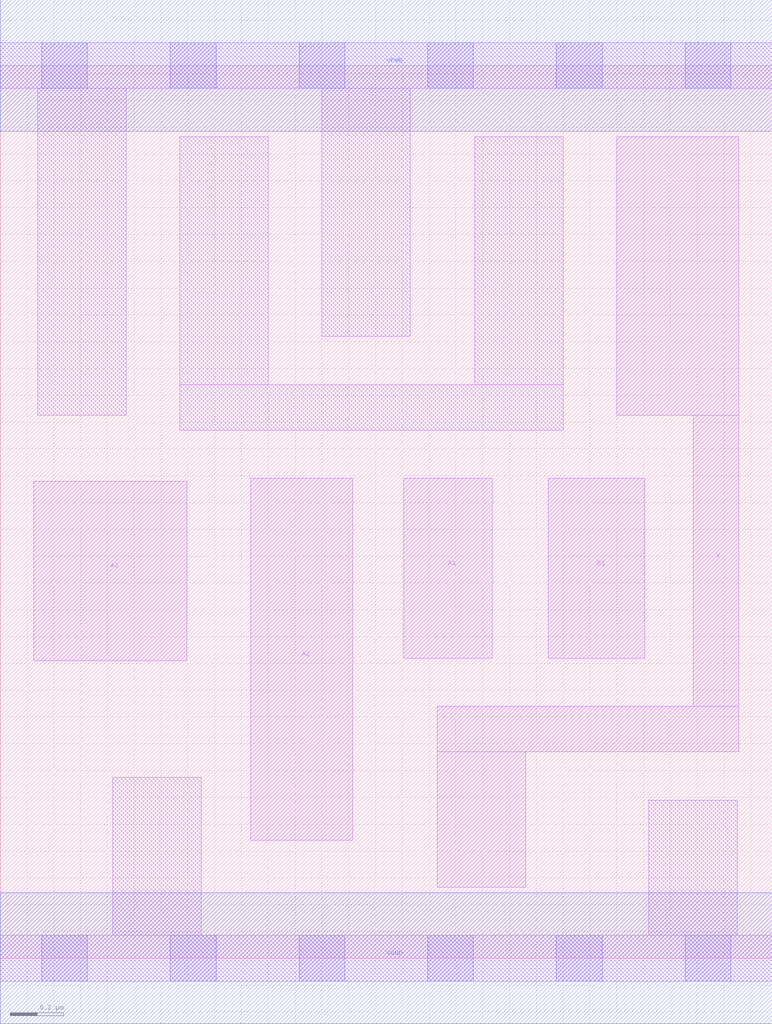
<source format=lef>
# Copyright 2020 The SkyWater PDK Authors
#
# Licensed under the Apache License, Version 2.0 (the "License");
# you may not use this file except in compliance with the License.
# You may obtain a copy of the License at
#
#     https://www.apache.org/licenses/LICENSE-2.0
#
# Unless required by applicable law or agreed to in writing, software
# distributed under the License is distributed on an "AS IS" BASIS,
# WITHOUT WARRANTIES OR CONDITIONS OF ANY KIND, either express or implied.
# See the License for the specific language governing permissions and
# limitations under the License.
#
# SPDX-License-Identifier: Apache-2.0

VERSION 5.7 ;
  NAMESCASESENSITIVE ON ;
  NOWIREEXTENSIONATPIN ON ;
  DIVIDERCHAR "/" ;
  BUSBITCHARS "[]" ;
UNITS
  DATABASE MICRONS 200 ;
END UNITS
MACRO sky130_fd_sc_lp__a31oi_lp
  CLASS CORE ;
  FOREIGN sky130_fd_sc_lp__a31oi_lp ;
  ORIGIN  0.000000  0.000000 ;
  SIZE  2.880000 BY  3.330000 ;
  SYMMETRY X Y R90 ;
  SITE unit ;
  PIN A1
    ANTENNAGATEAREA  0.313000 ;
    DIRECTION INPUT ;
    USE SIGNAL ;
    PORT
      LAYER li1 ;
        RECT 1.505000 1.120000 1.835000 1.790000 ;
    END
  END A1
  PIN A2
    ANTENNAGATEAREA  0.313000 ;
    DIRECTION INPUT ;
    USE SIGNAL ;
    PORT
      LAYER li1 ;
        RECT 0.935000 0.440000 1.315000 1.790000 ;
    END
  END A2
  PIN A3
    ANTENNAGATEAREA  0.313000 ;
    DIRECTION INPUT ;
    USE SIGNAL ;
    PORT
      LAYER li1 ;
        RECT 0.125000 1.110000 0.695000 1.780000 ;
    END
  END A3
  PIN B1
    ANTENNAGATEAREA  0.376000 ;
    DIRECTION INPUT ;
    USE SIGNAL ;
    PORT
      LAYER li1 ;
        RECT 2.045000 1.120000 2.405000 1.790000 ;
    END
  END B1
  PIN Y
    ANTENNADIFFAREA  0.402600 ;
    DIRECTION OUTPUT ;
    USE SIGNAL ;
    PORT
      LAYER li1 ;
        RECT 1.630000 0.265000 1.960000 0.770000 ;
        RECT 1.630000 0.770000 2.755000 0.940000 ;
        RECT 2.300000 2.025000 2.755000 3.065000 ;
        RECT 2.585000 0.940000 2.755000 2.025000 ;
    END
  END Y
  PIN VGND
    DIRECTION INOUT ;
    USE GROUND ;
    PORT
      LAYER met1 ;
        RECT 0.000000 -0.245000 2.880000 0.245000 ;
    END
  END VGND
  PIN VPWR
    DIRECTION INOUT ;
    USE POWER ;
    PORT
      LAYER met1 ;
        RECT 0.000000 3.085000 2.880000 3.575000 ;
    END
  END VPWR
  OBS
    LAYER li1 ;
      RECT 0.000000 -0.085000 2.880000 0.085000 ;
      RECT 0.000000  3.245000 2.880000 3.415000 ;
      RECT 0.140000  2.025000 0.470000 3.245000 ;
      RECT 0.420000  0.085000 0.750000 0.675000 ;
      RECT 0.670000  1.970000 2.100000 2.140000 ;
      RECT 0.670000  2.140000 1.000000 3.065000 ;
      RECT 1.200000  2.320000 1.530000 3.245000 ;
      RECT 1.770000  2.140000 2.100000 3.065000 ;
      RECT 2.420000  0.085000 2.750000 0.590000 ;
    LAYER mcon ;
      RECT 0.155000 -0.085000 0.325000 0.085000 ;
      RECT 0.155000  3.245000 0.325000 3.415000 ;
      RECT 0.635000 -0.085000 0.805000 0.085000 ;
      RECT 0.635000  3.245000 0.805000 3.415000 ;
      RECT 1.115000 -0.085000 1.285000 0.085000 ;
      RECT 1.115000  3.245000 1.285000 3.415000 ;
      RECT 1.595000 -0.085000 1.765000 0.085000 ;
      RECT 1.595000  3.245000 1.765000 3.415000 ;
      RECT 2.075000 -0.085000 2.245000 0.085000 ;
      RECT 2.075000  3.245000 2.245000 3.415000 ;
      RECT 2.555000 -0.085000 2.725000 0.085000 ;
      RECT 2.555000  3.245000 2.725000 3.415000 ;
  END
END sky130_fd_sc_lp__a31oi_lp
END LIBRARY

</source>
